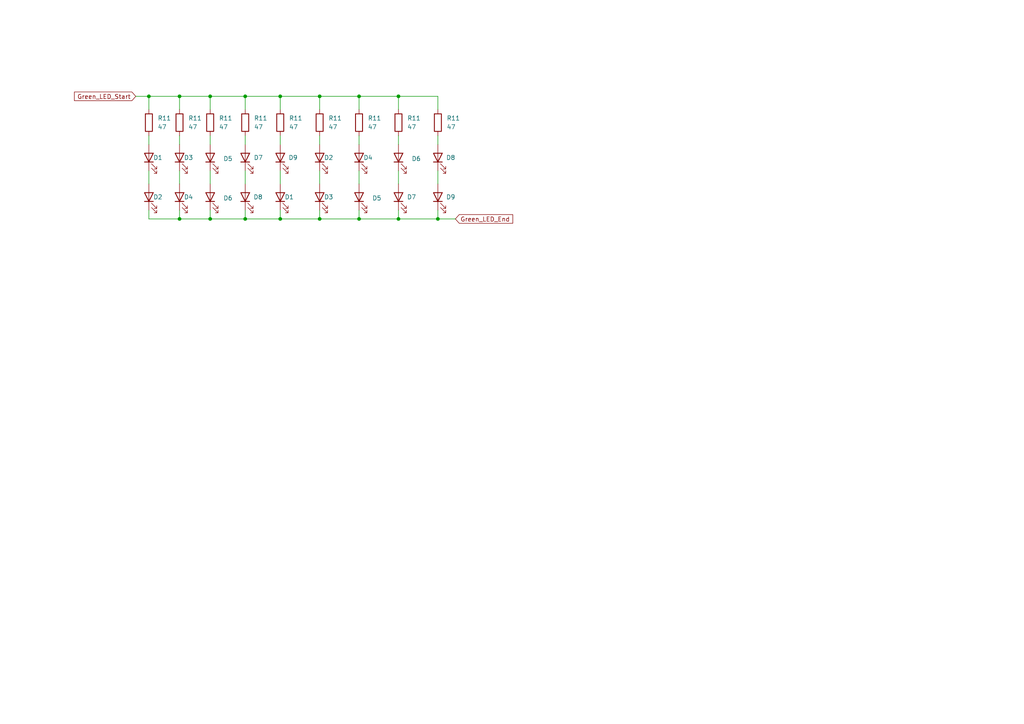
<source format=kicad_sch>
(kicad_sch (version 20230121) (generator eeschema)

  (uuid da6323e9-d342-4961-9c30-ad5012303240)

  (paper "A4")

  (lib_symbols
    (symbol "Device:LED" (pin_numbers hide) (pin_names (offset 1.016) hide) (in_bom yes) (on_board yes)
      (property "Reference" "D" (at 0 2.54 0)
        (effects (font (size 1.27 1.27)))
      )
      (property "Value" "LED" (at 0 -2.54 0)
        (effects (font (size 1.27 1.27)))
      )
      (property "Footprint" "" (at 0 0 0)
        (effects (font (size 1.27 1.27)) hide)
      )
      (property "Datasheet" "~" (at 0 0 0)
        (effects (font (size 1.27 1.27)) hide)
      )
      (property "ki_keywords" "LED diode" (at 0 0 0)
        (effects (font (size 1.27 1.27)) hide)
      )
      (property "ki_description" "Light emitting diode" (at 0 0 0)
        (effects (font (size 1.27 1.27)) hide)
      )
      (property "ki_fp_filters" "LED* LED_SMD:* LED_THT:*" (at 0 0 0)
        (effects (font (size 1.27 1.27)) hide)
      )
      (symbol "LED_0_1"
        (polyline
          (pts
            (xy -1.27 -1.27)
            (xy -1.27 1.27)
          )
          (stroke (width 0.254) (type default))
          (fill (type none))
        )
        (polyline
          (pts
            (xy -1.27 0)
            (xy 1.27 0)
          )
          (stroke (width 0) (type default))
          (fill (type none))
        )
        (polyline
          (pts
            (xy 1.27 -1.27)
            (xy 1.27 1.27)
            (xy -1.27 0)
            (xy 1.27 -1.27)
          )
          (stroke (width 0.254) (type default))
          (fill (type none))
        )
        (polyline
          (pts
            (xy -3.048 -0.762)
            (xy -4.572 -2.286)
            (xy -3.81 -2.286)
            (xy -4.572 -2.286)
            (xy -4.572 -1.524)
          )
          (stroke (width 0) (type default))
          (fill (type none))
        )
        (polyline
          (pts
            (xy -1.778 -0.762)
            (xy -3.302 -2.286)
            (xy -2.54 -2.286)
            (xy -3.302 -2.286)
            (xy -3.302 -1.524)
          )
          (stroke (width 0) (type default))
          (fill (type none))
        )
      )
      (symbol "LED_1_1"
        (pin passive line (at -3.81 0 0) (length 2.54)
          (name "K" (effects (font (size 1.27 1.27))))
          (number "1" (effects (font (size 1.27 1.27))))
        )
        (pin passive line (at 3.81 0 180) (length 2.54)
          (name "A" (effects (font (size 1.27 1.27))))
          (number "2" (effects (font (size 1.27 1.27))))
        )
      )
    )
    (symbol "Device:R" (pin_numbers hide) (pin_names (offset 0)) (in_bom yes) (on_board yes)
      (property "Reference" "R" (at 2.032 0 90)
        (effects (font (size 1.27 1.27)))
      )
      (property "Value" "R" (at 0 0 90)
        (effects (font (size 1.27 1.27)))
      )
      (property "Footprint" "" (at -1.778 0 90)
        (effects (font (size 1.27 1.27)) hide)
      )
      (property "Datasheet" "~" (at 0 0 0)
        (effects (font (size 1.27 1.27)) hide)
      )
      (property "ki_keywords" "R res resistor" (at 0 0 0)
        (effects (font (size 1.27 1.27)) hide)
      )
      (property "ki_description" "Resistor" (at 0 0 0)
        (effects (font (size 1.27 1.27)) hide)
      )
      (property "ki_fp_filters" "R_*" (at 0 0 0)
        (effects (font (size 1.27 1.27)) hide)
      )
      (symbol "R_0_1"
        (rectangle (start -1.016 -2.54) (end 1.016 2.54)
          (stroke (width 0.254) (type default))
          (fill (type none))
        )
      )
      (symbol "R_1_1"
        (pin passive line (at 0 3.81 270) (length 1.27)
          (name "~" (effects (font (size 1.27 1.27))))
          (number "1" (effects (font (size 1.27 1.27))))
        )
        (pin passive line (at 0 -3.81 90) (length 1.27)
          (name "~" (effects (font (size 1.27 1.27))))
          (number "2" (effects (font (size 1.27 1.27))))
        )
      )
    )
  )

  (junction (at 127 63.5) (diameter 0) (color 0 0 0 0)
    (uuid 0c964557-6f48-46fc-97a7-de4fd78ea11b)
  )
  (junction (at 104.14 27.94) (diameter 0) (color 0 0 0 0)
    (uuid 45779486-f132-442e-9b1c-d2c5bed3a02f)
  )
  (junction (at 81.28 27.94) (diameter 0) (color 0 0 0 0)
    (uuid 49a0f827-8c4a-4c2d-8081-cd2e81370342)
  )
  (junction (at 92.71 63.5) (diameter 0) (color 0 0 0 0)
    (uuid 5f22c661-87d0-452b-9b3f-85e94d67087d)
  )
  (junction (at 104.14 63.5) (diameter 0) (color 0 0 0 0)
    (uuid 61e51174-21d2-4317-9576-80e4f9ee0a26)
  )
  (junction (at 60.96 63.5) (diameter 0) (color 0 0 0 0)
    (uuid 680ab292-9909-413f-8b8a-d5c111f4651b)
  )
  (junction (at 115.57 63.5) (diameter 0) (color 0 0 0 0)
    (uuid 76bfa506-3ae7-4ecf-a33c-8e82361c9174)
  )
  (junction (at 71.12 63.5) (diameter 0) (color 0 0 0 0)
    (uuid 80e4dc26-d103-4dc9-950c-dedd794c25f4)
  )
  (junction (at 81.28 63.5) (diameter 0) (color 0 0 0 0)
    (uuid 9584dc23-9962-46b8-9b27-794606ccb748)
  )
  (junction (at 52.07 27.94) (diameter 0) (color 0 0 0 0)
    (uuid 974ed1c2-5e34-4ad9-9333-30ec8a425483)
  )
  (junction (at 43.18 27.94) (diameter 0) (color 0 0 0 0)
    (uuid a2330046-a953-4e46-b764-25adc0132442)
  )
  (junction (at 115.57 27.94) (diameter 0) (color 0 0 0 0)
    (uuid ab0fe864-a289-44ad-9cdb-a4e043cdf038)
  )
  (junction (at 52.07 63.5) (diameter 0) (color 0 0 0 0)
    (uuid c479ad1e-911a-49fd-86c6-a25ca8357c7e)
  )
  (junction (at 71.12 27.94) (diameter 0) (color 0 0 0 0)
    (uuid d0e67aa2-a314-4254-9679-b75a043c5f35)
  )
  (junction (at 92.71 27.94) (diameter 0) (color 0 0 0 0)
    (uuid df1176c2-ed4d-4041-ba6d-745628d016a2)
  )
  (junction (at 60.96 27.94) (diameter 0) (color 0 0 0 0)
    (uuid fb1c4ae9-acf4-4bb8-acfb-d9cc5407c7cc)
  )

  (wire (pts (xy 115.57 27.94) (xy 127 27.94))
    (stroke (width 0) (type default))
    (uuid 05baae0d-734a-4972-9f55-d30e5fa8a8ac)
  )
  (wire (pts (xy 115.57 27.94) (xy 115.57 31.75))
    (stroke (width 0) (type default))
    (uuid 0b10c715-86b1-4701-8f8a-b8c20e5f36a7)
  )
  (wire (pts (xy 43.18 27.94) (xy 43.18 31.75))
    (stroke (width 0) (type default))
    (uuid 0f1ebb4c-1b18-4717-8e0d-a4f1d58b0cd7)
  )
  (wire (pts (xy 71.12 27.94) (xy 81.28 27.94))
    (stroke (width 0) (type default))
    (uuid 1c018414-35d5-40a2-af28-758d054b6137)
  )
  (wire (pts (xy 52.07 63.5) (xy 60.96 63.5))
    (stroke (width 0) (type default))
    (uuid 24ebb423-ef89-407b-b83c-1eabc7d291d6)
  )
  (wire (pts (xy 81.28 27.94) (xy 92.71 27.94))
    (stroke (width 0) (type default))
    (uuid 32ced99f-db95-4d04-8a2e-c12c18c31654)
  )
  (wire (pts (xy 115.57 63.5) (xy 127 63.5))
    (stroke (width 0) (type default))
    (uuid 3580ac4c-ce18-472b-a698-a67981a2b408)
  )
  (wire (pts (xy 115.57 60.96) (xy 115.57 63.5))
    (stroke (width 0) (type default))
    (uuid 3845e2b8-9615-408b-9a67-6c8f2917e59e)
  )
  (wire (pts (xy 60.96 63.5) (xy 71.12 63.5))
    (stroke (width 0) (type default))
    (uuid 388c6efe-c368-4e6e-b111-24bdfbe77ed2)
  )
  (wire (pts (xy 81.28 63.5) (xy 92.71 63.5))
    (stroke (width 0) (type default))
    (uuid 3cd28cfd-84c1-4fe1-b6c4-93b1a31567cb)
  )
  (wire (pts (xy 92.71 27.94) (xy 104.14 27.94))
    (stroke (width 0) (type default))
    (uuid 3ef66814-e195-4dfa-b30c-91fc0f134a41)
  )
  (wire (pts (xy 60.96 39.37) (xy 60.96 41.91))
    (stroke (width 0) (type default))
    (uuid 40efe88e-060b-4e5c-a99e-81607d77f434)
  )
  (wire (pts (xy 60.96 27.94) (xy 52.07 27.94))
    (stroke (width 0) (type default))
    (uuid 4cfd37b5-6501-4f57-b64e-3a4fd7da386b)
  )
  (wire (pts (xy 104.14 27.94) (xy 104.14 31.75))
    (stroke (width 0) (type default))
    (uuid 4de6d298-facb-4d43-96a0-30141854fa08)
  )
  (wire (pts (xy 127 63.5) (xy 132.08 63.5))
    (stroke (width 0) (type default))
    (uuid 58d54ef2-867a-45cd-a4e4-393b3c7272bf)
  )
  (wire (pts (xy 104.14 60.96) (xy 104.14 63.5))
    (stroke (width 0) (type default))
    (uuid 5c57476c-05a8-451f-87ed-3329298a4ce6)
  )
  (wire (pts (xy 104.14 27.94) (xy 115.57 27.94))
    (stroke (width 0) (type default))
    (uuid 60459034-ef65-41a6-91e0-66a7d29dc3bf)
  )
  (wire (pts (xy 39.37 27.94) (xy 43.18 27.94))
    (stroke (width 0) (type default))
    (uuid 6566fc1f-74bd-4170-b1aa-025ff5c7ad48)
  )
  (wire (pts (xy 127 60.96) (xy 127 63.5))
    (stroke (width 0) (type default))
    (uuid 659b0d1e-9ad1-4b23-b2da-fe45674af66d)
  )
  (wire (pts (xy 104.14 63.5) (xy 115.57 63.5))
    (stroke (width 0) (type default))
    (uuid 6745e718-080b-4be5-af85-9a0835460426)
  )
  (wire (pts (xy 92.71 63.5) (xy 104.14 63.5))
    (stroke (width 0) (type default))
    (uuid 6ab73426-799e-4db7-ac98-62243db01b6b)
  )
  (wire (pts (xy 92.71 39.37) (xy 92.71 41.91))
    (stroke (width 0) (type default))
    (uuid 6b86db8d-7d95-42ca-bc48-178f685f8d1b)
  )
  (wire (pts (xy 115.57 49.53) (xy 115.57 53.34))
    (stroke (width 0) (type default))
    (uuid 6babc110-d77b-4af5-aa7d-6b67eb4b4a9a)
  )
  (wire (pts (xy 92.71 49.53) (xy 92.71 53.34))
    (stroke (width 0) (type default))
    (uuid 6c8eca22-edb1-4e87-a8ee-688918cbb401)
  )
  (wire (pts (xy 104.14 49.53) (xy 104.14 53.34))
    (stroke (width 0) (type default))
    (uuid 719d55a1-2b01-4d99-abcb-41501cdb8b10)
  )
  (wire (pts (xy 127 49.53) (xy 127 53.34))
    (stroke (width 0) (type default))
    (uuid 7692937f-8a00-405f-9516-f5e4a19a0438)
  )
  (wire (pts (xy 71.12 60.96) (xy 71.12 63.5))
    (stroke (width 0) (type default))
    (uuid 78405a8a-56ac-496e-8bb7-14ad22658ec5)
  )
  (wire (pts (xy 115.57 39.37) (xy 115.57 41.91))
    (stroke (width 0) (type default))
    (uuid 7b580d92-69d6-4f0a-b7ec-c2dc5937a205)
  )
  (wire (pts (xy 52.07 27.94) (xy 52.07 31.75))
    (stroke (width 0) (type default))
    (uuid 83da4aff-a207-4df3-8f2b-f04222d92d8f)
  )
  (wire (pts (xy 92.71 60.96) (xy 92.71 63.5))
    (stroke (width 0) (type default))
    (uuid 87004863-029e-49ea-8f2d-a337459f8f7e)
  )
  (wire (pts (xy 71.12 27.94) (xy 60.96 27.94))
    (stroke (width 0) (type default))
    (uuid 87aa94e1-f889-428d-9f9d-be8af5449657)
  )
  (wire (pts (xy 71.12 63.5) (xy 81.28 63.5))
    (stroke (width 0) (type default))
    (uuid 89165ac3-687e-41cb-a7b1-c130df0ef979)
  )
  (wire (pts (xy 127 31.75) (xy 127 27.94))
    (stroke (width 0) (type default))
    (uuid 9165e141-710c-4031-8b64-91aabe14a2a4)
  )
  (wire (pts (xy 52.07 27.94) (xy 43.18 27.94))
    (stroke (width 0) (type default))
    (uuid 92b28908-9bf1-4dcd-83d5-4be8abe6805a)
  )
  (wire (pts (xy 52.07 49.53) (xy 52.07 53.34))
    (stroke (width 0) (type default))
    (uuid adb9819f-fbff-421e-9f92-22d8ccae0595)
  )
  (wire (pts (xy 127 39.37) (xy 127 41.91))
    (stroke (width 0) (type default))
    (uuid b61b398b-1057-49b6-b935-7ac59391c88f)
  )
  (wire (pts (xy 92.71 27.94) (xy 92.71 31.75))
    (stroke (width 0) (type default))
    (uuid b7598c70-e510-4715-82ea-5f2798e0003f)
  )
  (wire (pts (xy 43.18 49.53) (xy 43.18 53.34))
    (stroke (width 0) (type default))
    (uuid c17fc1eb-f3ab-458d-80e2-76c485565489)
  )
  (wire (pts (xy 52.07 60.96) (xy 52.07 63.5))
    (stroke (width 0) (type default))
    (uuid c90a7311-ffef-4321-8f39-b162883378d3)
  )
  (wire (pts (xy 81.28 31.75) (xy 81.28 27.94))
    (stroke (width 0) (type default))
    (uuid cb441ecb-f262-4f1a-8475-64a76f6ee524)
  )
  (wire (pts (xy 60.96 60.96) (xy 60.96 63.5))
    (stroke (width 0) (type default))
    (uuid cbb19b8d-5591-4726-9e3a-6970542d9ff1)
  )
  (wire (pts (xy 43.18 60.96) (xy 43.18 63.5))
    (stroke (width 0) (type default))
    (uuid d71b6b01-7ed0-465b-9e72-7af69eb862df)
  )
  (wire (pts (xy 81.28 60.96) (xy 81.28 63.5))
    (stroke (width 0) (type default))
    (uuid d83b177e-320d-41e2-a1bc-e4098266ac64)
  )
  (wire (pts (xy 60.96 49.53) (xy 60.96 53.34))
    (stroke (width 0) (type default))
    (uuid d9882e3c-e52d-4e0b-bc55-210412f53ec7)
  )
  (wire (pts (xy 43.18 39.37) (xy 43.18 41.91))
    (stroke (width 0) (type default))
    (uuid da54563f-6b07-473a-8f53-58f1431a27dd)
  )
  (wire (pts (xy 52.07 39.37) (xy 52.07 41.91))
    (stroke (width 0) (type default))
    (uuid dc866a39-4c71-4300-9971-cd0f065813cb)
  )
  (wire (pts (xy 60.96 27.94) (xy 60.96 31.75))
    (stroke (width 0) (type default))
    (uuid ddb88328-af97-4c2f-b185-a9abac8155ed)
  )
  (wire (pts (xy 81.28 39.37) (xy 81.28 41.91))
    (stroke (width 0) (type default))
    (uuid e8db6d17-82c2-400b-9c60-b0648fa240b0)
  )
  (wire (pts (xy 81.28 49.53) (xy 81.28 53.34))
    (stroke (width 0) (type default))
    (uuid e9041141-7424-4398-9622-ce2110e552ff)
  )
  (wire (pts (xy 71.12 39.37) (xy 71.12 41.91))
    (stroke (width 0) (type default))
    (uuid f35f9e58-8775-4f8e-aa3c-ac3ad335d59f)
  )
  (wire (pts (xy 43.18 63.5) (xy 52.07 63.5))
    (stroke (width 0) (type default))
    (uuid f670196b-0876-4989-a20f-3c2a8bed39d9)
  )
  (wire (pts (xy 71.12 49.53) (xy 71.12 53.34))
    (stroke (width 0) (type default))
    (uuid f71e1ff7-6dd3-4ca9-917f-7ab9348a015f)
  )
  (wire (pts (xy 71.12 27.94) (xy 71.12 31.75))
    (stroke (width 0) (type default))
    (uuid f7803d03-48b3-4a46-a3c2-7142ad8419d4)
  )
  (wire (pts (xy 104.14 39.37) (xy 104.14 41.91))
    (stroke (width 0) (type default))
    (uuid fdd9fb5d-67d6-451b-9cb0-54a2e422a528)
  )

  (global_label "Green_LED_Start" (shape input) (at 39.37 27.94 180) (fields_autoplaced)
    (effects (font (size 1.27 1.27)) (justify right))
    (uuid 3c082655-7938-4095-88f1-a7f5176456ad)
    (property "Intersheetrefs" "${INTERSHEET_REFS}" (at 21.024 27.94 0)
      (effects (font (size 1.27 1.27)) (justify right) hide)
    )
  )
  (global_label "Green_LED_End" (shape input) (at 132.08 63.5 0) (fields_autoplaced)
    (effects (font (size 1.27 1.27)) (justify left))
    (uuid c49d1394-8f6c-4b17-9271-7cbad130efff)
    (property "Intersheetrefs" "${INTERSHEET_REFS}" (at 149.2769 63.5 0)
      (effects (font (size 1.27 1.27)) (justify left) hide)
    )
  )

  (symbol (lib_id "Device:LED") (at 115.57 57.15 90) (unit 1)
    (in_bom yes) (on_board yes) (dnp no)
    (uuid 012e949a-3a8c-4542-95ea-6b0f7ce0ad36)
    (property "Reference" "D7" (at 119.38 57.15 90)
      (effects (font (size 1.27 1.27)))
    )
    (property "Value" "LED_0402_1005Metric_Pad0.77x0.64mm_HandSolder" (at 118.11 57.15 0)
      (effects (font (size 1.27 1.27)) hide)
    )
    (property "Footprint" "LED_SMD:LED_0402_1005Metric_Pad0.77x0.64mm_HandSolder" (at 115.57 57.15 0)
      (effects (font (size 1.27 1.27)) hide)
    )
    (property "Datasheet" "~" (at 115.57 57.15 0)
      (effects (font (size 1.27 1.27)) hide)
    )
    (pin "1" (uuid 9857aa62-0868-43f6-ba97-fafb883c4e97))
    (pin "2" (uuid ebd04e38-56b7-42eb-b0fb-861823d63419))
    (instances
      (project "untitled"
        (path "/2909db4b-e7ca-4b3d-b8b8-720f3898e595"
          (reference "D7") (unit 1)
        )
      )
      (project "LED_Illuminator_Revised"
        (path "/4e559a88-004a-41a4-8dc6-f62b9d4f677b"
          (reference "D7") (unit 1)
        )
        (path "/4e559a88-004a-41a4-8dc6-f62b9d4f677b/d987b1eb-862e-4b1b-8145-5116fe9f8f08"
          (reference "D25") (unit 1)
        )
      )
      (project "3_LED_Rings"
        (path "/9590fcf9-0d43-4008-9224-2b0e2612d891/c380e80a-b7f4-403c-9982-a6bd790990df"
          (reference "D7") (unit 1)
        )
        (path "/9590fcf9-0d43-4008-9224-2b0e2612d891/aed08636-13b8-4b96-9fc6-64c5f06a60f4"
          (reference "D30") (unit 1)
        )
      )
      (project "LED_Revised_New"
        (path "/985f529a-94b0-4332-b14e-ba2a298ddda3/80797c74-4c27-4f57-8322-9f62f18d2012"
          (reference "D7") (unit 1)
        )
        (path "/985f529a-94b0-4332-b14e-ba2a298ddda3/bdb98da7-3031-4fd2-9ef8-eec88695a2e6"
          (reference "D34") (unit 1)
        )
      )
    )
  )

  (symbol (lib_id "Device:LED") (at 52.07 57.15 90) (unit 1)
    (in_bom yes) (on_board yes) (dnp no)
    (uuid 01686e37-d97e-4abb-9079-d5e984fdbcd1)
    (property "Reference" "D4" (at 53.34 57.15 90)
      (effects (font (size 1.27 1.27)) (justify right))
    )
    (property "Value" "LED_0402_1005Metric_Pad0.77x0.64mm_HandSolder" (at 55.88 60.0075 90)
      (effects (font (size 1.27 1.27)) (justify right) hide)
    )
    (property "Footprint" "LED_SMD:LED_0402_1005Metric_Pad0.77x0.64mm_HandSolder" (at 52.07 57.15 0)
      (effects (font (size 1.27 1.27)) hide)
    )
    (property "Datasheet" "~" (at 52.07 57.15 0)
      (effects (font (size 1.27 1.27)) hide)
    )
    (pin "1" (uuid b26f1f0a-c7d0-4339-a451-df6c193fcd52))
    (pin "2" (uuid 3c7520da-b18a-4e24-a76a-397e9c0b30bf))
    (instances
      (project "untitled"
        (path "/2909db4b-e7ca-4b3d-b8b8-720f3898e595"
          (reference "D4") (unit 1)
        )
      )
      (project "LED_Illuminator_Revised"
        (path "/4e559a88-004a-41a4-8dc6-f62b9d4f677b"
          (reference "D4") (unit 1)
        )
        (path "/4e559a88-004a-41a4-8dc6-f62b9d4f677b/d987b1eb-862e-4b1b-8145-5116fe9f8f08"
          (reference "D22") (unit 1)
        )
      )
      (project "3_LED_Rings"
        (path "/9590fcf9-0d43-4008-9224-2b0e2612d891/c380e80a-b7f4-403c-9982-a6bd790990df"
          (reference "D4") (unit 1)
        )
        (path "/9590fcf9-0d43-4008-9224-2b0e2612d891/aed08636-13b8-4b96-9fc6-64c5f06a60f4"
          (reference "D34") (unit 1)
        )
      )
      (project "LED_Revised_New"
        (path "/985f529a-94b0-4332-b14e-ba2a298ddda3/80797c74-4c27-4f57-8322-9f62f18d2012"
          (reference "D4") (unit 1)
        )
        (path "/985f529a-94b0-4332-b14e-ba2a298ddda3/bdb98da7-3031-4fd2-9ef8-eec88695a2e6"
          (reference "D22") (unit 1)
        )
      )
    )
  )

  (symbol (lib_id "Device:LED") (at 60.96 45.72 90) (unit 1)
    (in_bom yes) (on_board yes) (dnp no) (fields_autoplaced)
    (uuid 0209d9e2-a82e-46ab-8ff9-8747c7b5e5d5)
    (property "Reference" "D5" (at 64.77 46.0375 90)
      (effects (font (size 1.27 1.27)) (justify right))
    )
    (property "Value" "LED_0402_1005Metric_Pad0.77x0.64mm_HandSolder" (at 64.77 48.5775 90)
      (effects (font (size 1.27 1.27)) (justify right) hide)
    )
    (property "Footprint" "LED_SMD:LED_0402_1005Metric_Pad0.77x0.64mm_HandSolder" (at 60.96 45.72 0)
      (effects (font (size 1.27 1.27)) hide)
    )
    (property "Datasheet" "~" (at 60.96 45.72 0)
      (effects (font (size 1.27 1.27)) hide)
    )
    (pin "1" (uuid f0a6dfbf-df1a-4be0-a91a-1e3c13b03f7a))
    (pin "2" (uuid 5768d9e2-80a0-445d-b5fe-fef06b73a928))
    (instances
      (project "untitled"
        (path "/2909db4b-e7ca-4b3d-b8b8-720f3898e595"
          (reference "D5") (unit 1)
        )
      )
      (project "LED_Illuminator_Revised"
        (path "/4e559a88-004a-41a4-8dc6-f62b9d4f677b"
          (reference "D5") (unit 1)
        )
        (path "/4e559a88-004a-41a4-8dc6-f62b9d4f677b/d987b1eb-862e-4b1b-8145-5116fe9f8f08"
          (reference "D23") (unit 1)
        )
      )
      (project "3_LED_Rings"
        (path "/9590fcf9-0d43-4008-9224-2b0e2612d891/c380e80a-b7f4-403c-9982-a6bd790990df"
          (reference "D5") (unit 1)
        )
        (path "/9590fcf9-0d43-4008-9224-2b0e2612d891/aed08636-13b8-4b96-9fc6-64c5f06a60f4"
          (reference "D35") (unit 1)
        )
      )
      (project "LED_Revised_New"
        (path "/985f529a-94b0-4332-b14e-ba2a298ddda3/80797c74-4c27-4f57-8322-9f62f18d2012"
          (reference "D5") (unit 1)
        )
        (path "/985f529a-94b0-4332-b14e-ba2a298ddda3/bdb98da7-3031-4fd2-9ef8-eec88695a2e6"
          (reference "D23") (unit 1)
        )
      )
    )
  )

  (symbol (lib_id "Device:R") (at 52.07 35.56 0) (unit 1)
    (in_bom yes) (on_board yes) (dnp no) (fields_autoplaced)
    (uuid 0412b301-dd54-455b-927a-a3111037c8e4)
    (property "Reference" "R11" (at 54.61 34.29 0)
      (effects (font (size 1.27 1.27)) (justify left))
    )
    (property "Value" "47" (at 54.61 36.83 0)
      (effects (font (size 1.27 1.27)) (justify left))
    )
    (property "Footprint" "Resistor_SMD:R_0402_1005Metric_Pad0.72x0.64mm_HandSolder" (at 50.292 35.56 90)
      (effects (font (size 1.27 1.27)) hide)
    )
    (property "Datasheet" "~" (at 52.07 35.56 0)
      (effects (font (size 1.27 1.27)) hide)
    )
    (pin "1" (uuid ddefed28-0c3e-4717-9725-05a0f55cc9a9))
    (pin "2" (uuid 96f30a24-0268-4e01-add8-9992f1c6f959))
    (instances
      (project "3_LED_Rings"
        (path "/9590fcf9-0d43-4008-9224-2b0e2612d891/c380e80a-b7f4-403c-9982-a6bd790990df"
          (reference "R11") (unit 1)
        )
      )
      (project "LED_Revised_New"
        (path "/985f529a-94b0-4332-b14e-ba2a298ddda3/80797c74-4c27-4f57-8322-9f62f18d2012"
          (reference "R2") (unit 1)
        )
        (path "/985f529a-94b0-4332-b14e-ba2a298ddda3/bdb98da7-3031-4fd2-9ef8-eec88695a2e6"
          (reference "R20") (unit 1)
        )
      )
      (project "Inner_LED_RIng"
        (path "/daedd578-555e-40f6-83e1-39698ba7e9b8"
          (reference "R11") (unit 1)
        )
      )
    )
  )

  (symbol (lib_id "Device:LED") (at 71.12 45.72 90) (unit 1)
    (in_bom yes) (on_board yes) (dnp no)
    (uuid 07d40223-a217-4448-ba0d-3ba1c2886f30)
    (property "Reference" "D7" (at 74.93 45.72 90)
      (effects (font (size 1.27 1.27)))
    )
    (property "Value" "LED_0402_1005Metric_Pad0.77x0.64mm_HandSolder" (at 73.66 45.72 0)
      (effects (font (size 1.27 1.27)) hide)
    )
    (property "Footprint" "LED_SMD:LED_0402_1005Metric_Pad0.77x0.64mm_HandSolder" (at 71.12 45.72 0)
      (effects (font (size 1.27 1.27)) hide)
    )
    (property "Datasheet" "~" (at 71.12 45.72 0)
      (effects (font (size 1.27 1.27)) hide)
    )
    (pin "1" (uuid 648c1f8b-2fba-4f96-ae16-16065e38838b))
    (pin "2" (uuid 588bc937-bdf8-4a2a-98ae-9486c6b22e04))
    (instances
      (project "untitled"
        (path "/2909db4b-e7ca-4b3d-b8b8-720f3898e595"
          (reference "D7") (unit 1)
        )
      )
      (project "LED_Illuminator_Revised"
        (path "/4e559a88-004a-41a4-8dc6-f62b9d4f677b"
          (reference "D7") (unit 1)
        )
        (path "/4e559a88-004a-41a4-8dc6-f62b9d4f677b/d987b1eb-862e-4b1b-8145-5116fe9f8f08"
          (reference "D25") (unit 1)
        )
      )
      (project "3_LED_Rings"
        (path "/9590fcf9-0d43-4008-9224-2b0e2612d891/c380e80a-b7f4-403c-9982-a6bd790990df"
          (reference "D7") (unit 1)
        )
        (path "/9590fcf9-0d43-4008-9224-2b0e2612d891/aed08636-13b8-4b96-9fc6-64c5f06a60f4"
          (reference "D30") (unit 1)
        )
      )
      (project "LED_Revised_New"
        (path "/985f529a-94b0-4332-b14e-ba2a298ddda3/80797c74-4c27-4f57-8322-9f62f18d2012"
          (reference "D7") (unit 1)
        )
        (path "/985f529a-94b0-4332-b14e-ba2a298ddda3/bdb98da7-3031-4fd2-9ef8-eec88695a2e6"
          (reference "D25") (unit 1)
        )
      )
    )
  )

  (symbol (lib_id "Device:LED") (at 127 45.72 90) (unit 1)
    (in_bom yes) (on_board yes) (dnp no)
    (uuid 1a950d69-3814-4647-b834-9a4323f08d25)
    (property "Reference" "D8" (at 132.08 45.72 90)
      (effects (font (size 1.27 1.27)) (justify left))
    )
    (property "Value" "LED_0402_1005Metric_Pad0.77x0.64mm_HandSolder" (at 120.65 48.26 90)
      (effects (font (size 1.27 1.27)) (justify left) hide)
    )
    (property "Footprint" "LED_SMD:LED_0402_1005Metric_Pad0.77x0.64mm_HandSolder" (at 127 45.72 0)
      (effects (font (size 1.27 1.27)) hide)
    )
    (property "Datasheet" "~" (at 127 45.72 0)
      (effects (font (size 1.27 1.27)) hide)
    )
    (pin "1" (uuid a151239f-e15d-49c7-9e82-c85c8c695466))
    (pin "2" (uuid e5e771db-d05e-4af0-8d22-356f0e07af25))
    (instances
      (project "untitled"
        (path "/2909db4b-e7ca-4b3d-b8b8-720f3898e595"
          (reference "D8") (unit 1)
        )
      )
      (project "LED_Illuminator_Revised"
        (path "/4e559a88-004a-41a4-8dc6-f62b9d4f677b"
          (reference "D8") (unit 1)
        )
        (path "/4e559a88-004a-41a4-8dc6-f62b9d4f677b/d987b1eb-862e-4b1b-8145-5116fe9f8f08"
          (reference "D26") (unit 1)
        )
      )
      (project "3_LED_Rings"
        (path "/9590fcf9-0d43-4008-9224-2b0e2612d891/c380e80a-b7f4-403c-9982-a6bd790990df"
          (reference "D8") (unit 1)
        )
        (path "/9590fcf9-0d43-4008-9224-2b0e2612d891/aed08636-13b8-4b96-9fc6-64c5f06a60f4"
          (reference "D29") (unit 1)
        )
      )
      (project "LED_Revised_New"
        (path "/985f529a-94b0-4332-b14e-ba2a298ddda3/80797c74-4c27-4f57-8322-9f62f18d2012"
          (reference "D8") (unit 1)
        )
        (path "/985f529a-94b0-4332-b14e-ba2a298ddda3/bdb98da7-3031-4fd2-9ef8-eec88695a2e6"
          (reference "D35") (unit 1)
        )
      )
    )
  )

  (symbol (lib_id "Device:LED") (at 81.28 57.15 90) (unit 1)
    (in_bom yes) (on_board yes) (dnp no)
    (uuid 23e0f3f5-ea49-469c-b3d5-ea424f0949b8)
    (property "Reference" "D1" (at 82.55 57.15 90)
      (effects (font (size 1.27 1.27)) (justify right))
    )
    (property "Value" "LED_0402_1005Metric_Pad0.77x0.64mm_HandSolder" (at 85.09 60.0075 90)
      (effects (font (size 1.27 1.27)) (justify right) hide)
    )
    (property "Footprint" "LED_SMD:LED_0402_1005Metric_Pad0.77x0.64mm_HandSolder" (at 81.28 57.15 0)
      (effects (font (size 1.27 1.27)) hide)
    )
    (property "Datasheet" "~" (at 81.28 57.15 0)
      (effects (font (size 1.27 1.27)) hide)
    )
    (pin "1" (uuid 38913a45-6a0f-407b-af77-5acc832f5e71))
    (pin "2" (uuid 2b64b456-78a1-4679-86f8-24567e29d953))
    (instances
      (project "untitled"
        (path "/2909db4b-e7ca-4b3d-b8b8-720f3898e595"
          (reference "D1") (unit 1)
        )
      )
      (project "LED_Illuminator_Revised"
        (path "/4e559a88-004a-41a4-8dc6-f62b9d4f677b"
          (reference "D1") (unit 1)
        )
        (path "/4e559a88-004a-41a4-8dc6-f62b9d4f677b/d987b1eb-862e-4b1b-8145-5116fe9f8f08"
          (reference "D19") (unit 1)
        )
      )
      (project "3_LED_Rings"
        (path "/9590fcf9-0d43-4008-9224-2b0e2612d891/c380e80a-b7f4-403c-9982-a6bd790990df"
          (reference "D1") (unit 1)
        )
        (path "/9590fcf9-0d43-4008-9224-2b0e2612d891/aed08636-13b8-4b96-9fc6-64c5f06a60f4"
          (reference "D31") (unit 1)
        )
      )
      (project "LED_Revised_New"
        (path "/985f529a-94b0-4332-b14e-ba2a298ddda3/80797c74-4c27-4f57-8322-9f62f18d2012"
          (reference "D1") (unit 1)
        )
        (path "/985f529a-94b0-4332-b14e-ba2a298ddda3/bdb98da7-3031-4fd2-9ef8-eec88695a2e6"
          (reference "D28") (unit 1)
        )
      )
    )
  )

  (symbol (lib_id "Device:R") (at 71.12 35.56 0) (unit 1)
    (in_bom yes) (on_board yes) (dnp no) (fields_autoplaced)
    (uuid 2ffacf68-56e2-4517-a58e-e977a5ba9b36)
    (property "Reference" "R11" (at 73.66 34.29 0)
      (effects (font (size 1.27 1.27)) (justify left))
    )
    (property "Value" "47" (at 73.66 36.83 0)
      (effects (font (size 1.27 1.27)) (justify left))
    )
    (property "Footprint" "Resistor_SMD:R_0402_1005Metric_Pad0.72x0.64mm_HandSolder" (at 69.342 35.56 90)
      (effects (font (size 1.27 1.27)) hide)
    )
    (property "Datasheet" "~" (at 71.12 35.56 0)
      (effects (font (size 1.27 1.27)) hide)
    )
    (pin "1" (uuid c66826b6-1b87-49c2-8a69-db0f25f10076))
    (pin "2" (uuid cf336314-3ca0-4453-9263-c5f1357f18c0))
    (instances
      (project "3_LED_Rings"
        (path "/9590fcf9-0d43-4008-9224-2b0e2612d891/c380e80a-b7f4-403c-9982-a6bd790990df"
          (reference "R11") (unit 1)
        )
      )
      (project "LED_Revised_New"
        (path "/985f529a-94b0-4332-b14e-ba2a298ddda3/80797c74-4c27-4f57-8322-9f62f18d2012"
          (reference "R4") (unit 1)
        )
        (path "/985f529a-94b0-4332-b14e-ba2a298ddda3/bdb98da7-3031-4fd2-9ef8-eec88695a2e6"
          (reference "R22") (unit 1)
        )
      )
      (project "Inner_LED_RIng"
        (path "/daedd578-555e-40f6-83e1-39698ba7e9b8"
          (reference "R11") (unit 1)
        )
      )
    )
  )

  (symbol (lib_id "Device:LED") (at 104.14 45.72 90) (unit 1)
    (in_bom yes) (on_board yes) (dnp no)
    (uuid 30ac90ff-f62a-4e17-a4da-c9cd0d07846f)
    (property "Reference" "D4" (at 105.41 45.72 90)
      (effects (font (size 1.27 1.27)) (justify right))
    )
    (property "Value" "LED_0402_1005Metric_Pad0.77x0.64mm_HandSolder" (at 107.95 48.5775 90)
      (effects (font (size 1.27 1.27)) (justify right) hide)
    )
    (property "Footprint" "LED_SMD:LED_0402_1005Metric_Pad0.77x0.64mm_HandSolder" (at 104.14 45.72 0)
      (effects (font (size 1.27 1.27)) hide)
    )
    (property "Datasheet" "~" (at 104.14 45.72 0)
      (effects (font (size 1.27 1.27)) hide)
    )
    (pin "1" (uuid 4c088408-8f93-4ff7-9d24-b8cb19acfecd))
    (pin "2" (uuid 864b8e50-3ca7-491f-8202-1f7a75ce1163))
    (instances
      (project "untitled"
        (path "/2909db4b-e7ca-4b3d-b8b8-720f3898e595"
          (reference "D4") (unit 1)
        )
      )
      (project "LED_Illuminator_Revised"
        (path "/4e559a88-004a-41a4-8dc6-f62b9d4f677b"
          (reference "D4") (unit 1)
        )
        (path "/4e559a88-004a-41a4-8dc6-f62b9d4f677b/d987b1eb-862e-4b1b-8145-5116fe9f8f08"
          (reference "D22") (unit 1)
        )
      )
      (project "3_LED_Rings"
        (path "/9590fcf9-0d43-4008-9224-2b0e2612d891/c380e80a-b7f4-403c-9982-a6bd790990df"
          (reference "D4") (unit 1)
        )
        (path "/9590fcf9-0d43-4008-9224-2b0e2612d891/aed08636-13b8-4b96-9fc6-64c5f06a60f4"
          (reference "D34") (unit 1)
        )
      )
      (project "LED_Revised_New"
        (path "/985f529a-94b0-4332-b14e-ba2a298ddda3/80797c74-4c27-4f57-8322-9f62f18d2012"
          (reference "D4") (unit 1)
        )
        (path "/985f529a-94b0-4332-b14e-ba2a298ddda3/bdb98da7-3031-4fd2-9ef8-eec88695a2e6"
          (reference "D31") (unit 1)
        )
      )
    )
  )

  (symbol (lib_id "Device:R") (at 60.96 35.56 0) (unit 1)
    (in_bom yes) (on_board yes) (dnp no) (fields_autoplaced)
    (uuid 35a253fc-976f-4426-a301-737c360b24ae)
    (property "Reference" "R11" (at 63.5 34.29 0)
      (effects (font (size 1.27 1.27)) (justify left))
    )
    (property "Value" "47" (at 63.5 36.83 0)
      (effects (font (size 1.27 1.27)) (justify left))
    )
    (property "Footprint" "Resistor_SMD:R_0402_1005Metric_Pad0.72x0.64mm_HandSolder" (at 59.182 35.56 90)
      (effects (font (size 1.27 1.27)) hide)
    )
    (property "Datasheet" "~" (at 60.96 35.56 0)
      (effects (font (size 1.27 1.27)) hide)
    )
    (pin "1" (uuid 97c3da7b-e9bb-43e4-9ade-b8826bdd1021))
    (pin "2" (uuid 8b60389c-b2ad-4d50-af87-7c116a5c2c10))
    (instances
      (project "3_LED_Rings"
        (path "/9590fcf9-0d43-4008-9224-2b0e2612d891/c380e80a-b7f4-403c-9982-a6bd790990df"
          (reference "R11") (unit 1)
        )
      )
      (project "LED_Revised_New"
        (path "/985f529a-94b0-4332-b14e-ba2a298ddda3/80797c74-4c27-4f57-8322-9f62f18d2012"
          (reference "R3") (unit 1)
        )
        (path "/985f529a-94b0-4332-b14e-ba2a298ddda3/bdb98da7-3031-4fd2-9ef8-eec88695a2e6"
          (reference "R21") (unit 1)
        )
      )
      (project "Inner_LED_RIng"
        (path "/daedd578-555e-40f6-83e1-39698ba7e9b8"
          (reference "R11") (unit 1)
        )
      )
    )
  )

  (symbol (lib_id "Device:R") (at 104.14 35.56 0) (unit 1)
    (in_bom yes) (on_board yes) (dnp no) (fields_autoplaced)
    (uuid 5322a628-e467-4c61-b0f0-793c8a1ef1fa)
    (property "Reference" "R11" (at 106.68 34.29 0)
      (effects (font (size 1.27 1.27)) (justify left))
    )
    (property "Value" "47" (at 106.68 36.83 0)
      (effects (font (size 1.27 1.27)) (justify left))
    )
    (property "Footprint" "Resistor_SMD:R_0402_1005Metric_Pad0.72x0.64mm_HandSolder" (at 102.362 35.56 90)
      (effects (font (size 1.27 1.27)) hide)
    )
    (property "Datasheet" "~" (at 104.14 35.56 0)
      (effects (font (size 1.27 1.27)) hide)
    )
    (pin "1" (uuid 7a2219a0-b816-4a81-ad23-a63d25db5435))
    (pin "2" (uuid cde3fbbb-0211-40c8-a554-592f7864723e))
    (instances
      (project "3_LED_Rings"
        (path "/9590fcf9-0d43-4008-9224-2b0e2612d891/c380e80a-b7f4-403c-9982-a6bd790990df"
          (reference "R11") (unit 1)
        )
      )
      (project "LED_Revised_New"
        (path "/985f529a-94b0-4332-b14e-ba2a298ddda3/80797c74-4c27-4f57-8322-9f62f18d2012"
          (reference "R7") (unit 1)
        )
        (path "/985f529a-94b0-4332-b14e-ba2a298ddda3/bdb98da7-3031-4fd2-9ef8-eec88695a2e6"
          (reference "R25") (unit 1)
        )
      )
      (project "Inner_LED_RIng"
        (path "/daedd578-555e-40f6-83e1-39698ba7e9b8"
          (reference "R11") (unit 1)
        )
      )
    )
  )

  (symbol (lib_id "Device:LED") (at 43.18 57.15 90) (unit 1)
    (in_bom yes) (on_board yes) (dnp no)
    (uuid 5fc17338-25d2-4c7a-977e-b6df81899e7d)
    (property "Reference" "D2" (at 44.45 57.15 90)
      (effects (font (size 1.27 1.27)) (justify right))
    )
    (property "Value" "LED_0402_1005Metric_Pad0.77x0.64mm_HandSolder" (at 46.99 60.0075 90)
      (effects (font (size 1.27 1.27)) (justify right) hide)
    )
    (property "Footprint" "LED_SMD:LED_0402_1005Metric_Pad0.77x0.64mm_HandSolder" (at 43.18 57.15 0)
      (effects (font (size 1.27 1.27)) hide)
    )
    (property "Datasheet" "~" (at 43.18 57.15 0)
      (effects (font (size 1.27 1.27)) hide)
    )
    (pin "1" (uuid 6e2fb23c-b21a-43ca-b877-5dbc4df8ec0c))
    (pin "2" (uuid ecf56b00-71aa-4eb1-a114-727f0a8cc84a))
    (instances
      (project "untitled"
        (path "/2909db4b-e7ca-4b3d-b8b8-720f3898e595"
          (reference "D2") (unit 1)
        )
      )
      (project "LED_Illuminator_Revised"
        (path "/4e559a88-004a-41a4-8dc6-f62b9d4f677b"
          (reference "D2") (unit 1)
        )
        (path "/4e559a88-004a-41a4-8dc6-f62b9d4f677b/d987b1eb-862e-4b1b-8145-5116fe9f8f08"
          (reference "D20") (unit 1)
        )
      )
      (project "3_LED_Rings"
        (path "/9590fcf9-0d43-4008-9224-2b0e2612d891/c380e80a-b7f4-403c-9982-a6bd790990df"
          (reference "D2") (unit 1)
        )
        (path "/9590fcf9-0d43-4008-9224-2b0e2612d891/aed08636-13b8-4b96-9fc6-64c5f06a60f4"
          (reference "D32") (unit 1)
        )
      )
      (project "LED_Revised_New"
        (path "/985f529a-94b0-4332-b14e-ba2a298ddda3/80797c74-4c27-4f57-8322-9f62f18d2012"
          (reference "D2") (unit 1)
        )
        (path "/985f529a-94b0-4332-b14e-ba2a298ddda3/bdb98da7-3031-4fd2-9ef8-eec88695a2e6"
          (reference "D20") (unit 1)
        )
      )
    )
  )

  (symbol (lib_id "Device:LED") (at 115.57 45.72 90) (unit 1)
    (in_bom yes) (on_board yes) (dnp no)
    (uuid 63e312cb-04d2-410b-abb6-c5d855b8fe68)
    (property "Reference" "D6" (at 119.38 46.0375 90)
      (effects (font (size 1.27 1.27)) (justify right))
    )
    (property "Value" "LED_0402_1005Metric_Pad0.77x0.64mm_HandSolder" (at 119.38 57.15 90)
      (effects (font (size 1.27 1.27)) (justify right) hide)
    )
    (property "Footprint" "LED_SMD:LED_0402_1005Metric_Pad0.77x0.64mm_HandSolder" (at 115.57 45.72 0)
      (effects (font (size 1.27 1.27)) hide)
    )
    (property "Datasheet" "~" (at 115.57 45.72 0)
      (effects (font (size 1.27 1.27)) hide)
    )
    (pin "1" (uuid 29ad7770-00fd-4c17-b448-d425793a13a1))
    (pin "2" (uuid 981dbe3e-2f08-4f0a-852a-f599d8e7e4d5))
    (instances
      (project "untitled"
        (path "/2909db4b-e7ca-4b3d-b8b8-720f3898e595"
          (reference "D6") (unit 1)
        )
      )
      (project "LED_Illuminator_Revised"
        (path "/4e559a88-004a-41a4-8dc6-f62b9d4f677b"
          (reference "D6") (unit 1)
        )
        (path "/4e559a88-004a-41a4-8dc6-f62b9d4f677b/d987b1eb-862e-4b1b-8145-5116fe9f8f08"
          (reference "D24") (unit 1)
        )
      )
      (project "3_LED_Rings"
        (path "/9590fcf9-0d43-4008-9224-2b0e2612d891/c380e80a-b7f4-403c-9982-a6bd790990df"
          (reference "D6") (unit 1)
        )
        (path "/9590fcf9-0d43-4008-9224-2b0e2612d891/aed08636-13b8-4b96-9fc6-64c5f06a60f4"
          (reference "D36") (unit 1)
        )
      )
      (project "LED_Revised_New"
        (path "/985f529a-94b0-4332-b14e-ba2a298ddda3/80797c74-4c27-4f57-8322-9f62f18d2012"
          (reference "D6") (unit 1)
        )
        (path "/985f529a-94b0-4332-b14e-ba2a298ddda3/bdb98da7-3031-4fd2-9ef8-eec88695a2e6"
          (reference "D33") (unit 1)
        )
      )
    )
  )

  (symbol (lib_id "Device:R") (at 127 35.56 0) (unit 1)
    (in_bom yes) (on_board yes) (dnp no) (fields_autoplaced)
    (uuid 655997dc-73aa-4704-bad6-89320802dea8)
    (property "Reference" "R11" (at 129.54 34.29 0)
      (effects (font (size 1.27 1.27)) (justify left))
    )
    (property "Value" "47" (at 129.54 36.83 0)
      (effects (font (size 1.27 1.27)) (justify left))
    )
    (property "Footprint" "Resistor_SMD:R_0402_1005Metric_Pad0.72x0.64mm_HandSolder" (at 125.222 35.56 90)
      (effects (font (size 1.27 1.27)) hide)
    )
    (property "Datasheet" "~" (at 127 35.56 0)
      (effects (font (size 1.27 1.27)) hide)
    )
    (pin "1" (uuid de74b32f-46cf-45ea-bd6b-f1d001e1463c))
    (pin "2" (uuid b47c93f0-a88b-496d-b0fe-f7975e3a1106))
    (instances
      (project "3_LED_Rings"
        (path "/9590fcf9-0d43-4008-9224-2b0e2612d891/c380e80a-b7f4-403c-9982-a6bd790990df"
          (reference "R11") (unit 1)
        )
      )
      (project "LED_Revised_New"
        (path "/985f529a-94b0-4332-b14e-ba2a298ddda3/80797c74-4c27-4f57-8322-9f62f18d2012"
          (reference "R9") (unit 1)
        )
        (path "/985f529a-94b0-4332-b14e-ba2a298ddda3/bdb98da7-3031-4fd2-9ef8-eec88695a2e6"
          (reference "R27") (unit 1)
        )
      )
      (project "Inner_LED_RIng"
        (path "/daedd578-555e-40f6-83e1-39698ba7e9b8"
          (reference "R11") (unit 1)
        )
      )
    )
  )

  (symbol (lib_id "Device:LED") (at 81.28 45.72 90) (unit 1)
    (in_bom yes) (on_board yes) (dnp no)
    (uuid 844178fd-eafb-49e5-97b4-9e07464e8fb0)
    (property "Reference" "D9" (at 86.36 45.72 90)
      (effects (font (size 1.27 1.27)) (justify left))
    )
    (property "Value" "LED_0402_1005Metric_Pad0.77x0.64mm_HandSolder" (at 74.93 43.18 90)
      (effects (font (size 1.27 1.27)) (justify left) hide)
    )
    (property "Footprint" "LED_SMD:LED_0402_1005Metric_Pad0.77x0.64mm_HandSolder" (at 81.28 45.72 0)
      (effects (font (size 1.27 1.27)) hide)
    )
    (property "Datasheet" "~" (at 81.28 45.72 0)
      (effects (font (size 1.27 1.27)) hide)
    )
    (pin "1" (uuid 136746ec-de46-4d7c-a50a-6ca794c804e4))
    (pin "2" (uuid 7e0faff3-aa8c-4a7d-afd3-7b5607737ebc))
    (instances
      (project "untitled"
        (path "/2909db4b-e7ca-4b3d-b8b8-720f3898e595"
          (reference "D9") (unit 1)
        )
      )
      (project "LED_Illuminator_Revised"
        (path "/4e559a88-004a-41a4-8dc6-f62b9d4f677b"
          (reference "D9") (unit 1)
        )
        (path "/4e559a88-004a-41a4-8dc6-f62b9d4f677b/d987b1eb-862e-4b1b-8145-5116fe9f8f08"
          (reference "D27") (unit 1)
        )
      )
      (project "3_LED_Rings"
        (path "/9590fcf9-0d43-4008-9224-2b0e2612d891/c380e80a-b7f4-403c-9982-a6bd790990df"
          (reference "D9") (unit 1)
        )
        (path "/9590fcf9-0d43-4008-9224-2b0e2612d891/aed08636-13b8-4b96-9fc6-64c5f06a60f4"
          (reference "D28") (unit 1)
        )
      )
      (project "LED_Revised_New"
        (path "/985f529a-94b0-4332-b14e-ba2a298ddda3/80797c74-4c27-4f57-8322-9f62f18d2012"
          (reference "D9") (unit 1)
        )
        (path "/985f529a-94b0-4332-b14e-ba2a298ddda3/bdb98da7-3031-4fd2-9ef8-eec88695a2e6"
          (reference "D27") (unit 1)
        )
      )
    )
  )

  (symbol (lib_id "Device:LED") (at 43.18 45.72 90) (unit 1)
    (in_bom yes) (on_board yes) (dnp no)
    (uuid 9a5f3215-de9e-4968-9a17-eb350e6318e7)
    (property "Reference" "D1" (at 44.45 45.72 90)
      (effects (font (size 1.27 1.27)) (justify right))
    )
    (property "Value" "LED_0402_1005Metric_Pad0.77x0.64mm_HandSolder" (at 46.99 48.5775 90)
      (effects (font (size 1.27 1.27)) (justify right) hide)
    )
    (property "Footprint" "LED_SMD:LED_0402_1005Metric_Pad0.77x0.64mm_HandSolder" (at 43.18 45.72 0)
      (effects (font (size 1.27 1.27)) hide)
    )
    (property "Datasheet" "~" (at 43.18 45.72 0)
      (effects (font (size 1.27 1.27)) hide)
    )
    (pin "1" (uuid 2f2a7939-a44e-42aa-a02f-3d1fb09e7c10))
    (pin "2" (uuid 44ff4534-f8aa-4a15-b586-df9590ee22d4))
    (instances
      (project "untitled"
        (path "/2909db4b-e7ca-4b3d-b8b8-720f3898e595"
          (reference "D1") (unit 1)
        )
      )
      (project "LED_Illuminator_Revised"
        (path "/4e559a88-004a-41a4-8dc6-f62b9d4f677b"
          (reference "D1") (unit 1)
        )
        (path "/4e559a88-004a-41a4-8dc6-f62b9d4f677b/d987b1eb-862e-4b1b-8145-5116fe9f8f08"
          (reference "D19") (unit 1)
        )
      )
      (project "3_LED_Rings"
        (path "/9590fcf9-0d43-4008-9224-2b0e2612d891/c380e80a-b7f4-403c-9982-a6bd790990df"
          (reference "D1") (unit 1)
        )
        (path "/9590fcf9-0d43-4008-9224-2b0e2612d891/aed08636-13b8-4b96-9fc6-64c5f06a60f4"
          (reference "D31") (unit 1)
        )
      )
      (project "LED_Revised_New"
        (path "/985f529a-94b0-4332-b14e-ba2a298ddda3/80797c74-4c27-4f57-8322-9f62f18d2012"
          (reference "D1") (unit 1)
        )
        (path "/985f529a-94b0-4332-b14e-ba2a298ddda3/bdb98da7-3031-4fd2-9ef8-eec88695a2e6"
          (reference "D19") (unit 1)
        )
      )
    )
  )

  (symbol (lib_id "Device:R") (at 92.71 35.56 0) (unit 1)
    (in_bom yes) (on_board yes) (dnp no) (fields_autoplaced)
    (uuid 9f7606cb-9e31-4008-ac24-230307e6194e)
    (property "Reference" "R11" (at 95.25 34.29 0)
      (effects (font (size 1.27 1.27)) (justify left))
    )
    (property "Value" "47" (at 95.25 36.83 0)
      (effects (font (size 1.27 1.27)) (justify left))
    )
    (property "Footprint" "Resistor_SMD:R_0402_1005Metric_Pad0.72x0.64mm_HandSolder" (at 90.932 35.56 90)
      (effects (font (size 1.27 1.27)) hide)
    )
    (property "Datasheet" "~" (at 92.71 35.56 0)
      (effects (font (size 1.27 1.27)) hide)
    )
    (pin "1" (uuid d9345dcf-d651-4452-bdfb-6790166e36de))
    (pin "2" (uuid c35181b4-1e46-49d7-939a-d1fbf9db15ed))
    (instances
      (project "3_LED_Rings"
        (path "/9590fcf9-0d43-4008-9224-2b0e2612d891/c380e80a-b7f4-403c-9982-a6bd790990df"
          (reference "R11") (unit 1)
        )
      )
      (project "LED_Revised_New"
        (path "/985f529a-94b0-4332-b14e-ba2a298ddda3/80797c74-4c27-4f57-8322-9f62f18d2012"
          (reference "R6") (unit 1)
        )
        (path "/985f529a-94b0-4332-b14e-ba2a298ddda3/bdb98da7-3031-4fd2-9ef8-eec88695a2e6"
          (reference "R24") (unit 1)
        )
      )
      (project "Inner_LED_RIng"
        (path "/daedd578-555e-40f6-83e1-39698ba7e9b8"
          (reference "R11") (unit 1)
        )
      )
    )
  )

  (symbol (lib_id "Device:LED") (at 127 57.15 90) (unit 1)
    (in_bom yes) (on_board yes) (dnp no)
    (uuid a3bd830e-3b6c-4590-ae3f-068db27bb34f)
    (property "Reference" "D9" (at 132.08 57.15 90)
      (effects (font (size 1.27 1.27)) (justify left))
    )
    (property "Value" "LED_0402_1005Metric_Pad0.77x0.64mm_HandSolder" (at 120.65 54.61 90)
      (effects (font (size 1.27 1.27)) (justify left) hide)
    )
    (property "Footprint" "LED_SMD:LED_0402_1005Metric_Pad0.77x0.64mm_HandSolder" (at 127 57.15 0)
      (effects (font (size 1.27 1.27)) hide)
    )
    (property "Datasheet" "~" (at 127 57.15 0)
      (effects (font (size 1.27 1.27)) hide)
    )
    (pin "1" (uuid f0ef1899-96e2-4041-ba5f-7a1b9a6d673d))
    (pin "2" (uuid 97cb60e6-b64b-437e-a04b-5e6fb8cafceb))
    (instances
      (project "untitled"
        (path "/2909db4b-e7ca-4b3d-b8b8-720f3898e595"
          (reference "D9") (unit 1)
        )
      )
      (project "LED_Illuminator_Revised"
        (path "/4e559a88-004a-41a4-8dc6-f62b9d4f677b"
          (reference "D9") (unit 1)
        )
        (path "/4e559a88-004a-41a4-8dc6-f62b9d4f677b/d987b1eb-862e-4b1b-8145-5116fe9f8f08"
          (reference "D27") (unit 1)
        )
      )
      (project "3_LED_Rings"
        (path "/9590fcf9-0d43-4008-9224-2b0e2612d891/c380e80a-b7f4-403c-9982-a6bd790990df"
          (reference "D9") (unit 1)
        )
        (path "/9590fcf9-0d43-4008-9224-2b0e2612d891/aed08636-13b8-4b96-9fc6-64c5f06a60f4"
          (reference "D28") (unit 1)
        )
      )
      (project "LED_Revised_New"
        (path "/985f529a-94b0-4332-b14e-ba2a298ddda3/80797c74-4c27-4f57-8322-9f62f18d2012"
          (reference "D9") (unit 1)
        )
        (path "/985f529a-94b0-4332-b14e-ba2a298ddda3/bdb98da7-3031-4fd2-9ef8-eec88695a2e6"
          (reference "D36") (unit 1)
        )
      )
    )
  )

  (symbol (lib_id "Device:R") (at 81.28 35.56 0) (unit 1)
    (in_bom yes) (on_board yes) (dnp no) (fields_autoplaced)
    (uuid bd52db2e-be1d-4756-8834-2c48e6f50e78)
    (property "Reference" "R11" (at 83.82 34.29 0)
      (effects (font (size 1.27 1.27)) (justify left))
    )
    (property "Value" "47" (at 83.82 36.83 0)
      (effects (font (size 1.27 1.27)) (justify left))
    )
    (property "Footprint" "Resistor_SMD:R_0402_1005Metric_Pad0.72x0.64mm_HandSolder" (at 79.502 35.56 90)
      (effects (font (size 1.27 1.27)) hide)
    )
    (property "Datasheet" "~" (at 81.28 35.56 0)
      (effects (font (size 1.27 1.27)) hide)
    )
    (pin "1" (uuid dde0007d-d167-4cc7-93ae-a2f1dd1ed5b7))
    (pin "2" (uuid 3e546f88-bb6f-4e0c-8c87-f96acef9e535))
    (instances
      (project "3_LED_Rings"
        (path "/9590fcf9-0d43-4008-9224-2b0e2612d891/c380e80a-b7f4-403c-9982-a6bd790990df"
          (reference "R11") (unit 1)
        )
      )
      (project "LED_Revised_New"
        (path "/985f529a-94b0-4332-b14e-ba2a298ddda3/80797c74-4c27-4f57-8322-9f62f18d2012"
          (reference "R5") (unit 1)
        )
        (path "/985f529a-94b0-4332-b14e-ba2a298ddda3/bdb98da7-3031-4fd2-9ef8-eec88695a2e6"
          (reference "R23") (unit 1)
        )
      )
      (project "Inner_LED_RIng"
        (path "/daedd578-555e-40f6-83e1-39698ba7e9b8"
          (reference "R11") (unit 1)
        )
      )
    )
  )

  (symbol (lib_id "Device:LED") (at 60.96 57.15 90) (unit 1)
    (in_bom yes) (on_board yes) (dnp no)
    (uuid d835c9f1-a78c-4efb-9e67-a7c8514656c8)
    (property "Reference" "D6" (at 64.77 57.4675 90)
      (effects (font (size 1.27 1.27)) (justify right))
    )
    (property "Value" "LED_0402_1005Metric_Pad0.77x0.64mm_HandSolder" (at 64.77 68.58 90)
      (effects (font (size 1.27 1.27)) (justify right) hide)
    )
    (property "Footprint" "LED_SMD:LED_0402_1005Metric_Pad0.77x0.64mm_HandSolder" (at 60.96 57.15 0)
      (effects (font (size 1.27 1.27)) hide)
    )
    (property "Datasheet" "~" (at 60.96 57.15 0)
      (effects (font (size 1.27 1.27)) hide)
    )
    (pin "1" (uuid 22f195b5-e33c-483b-a5b9-c84fe03d34aa))
    (pin "2" (uuid 0642fda0-01a9-405c-8757-e200b2585803))
    (instances
      (project "untitled"
        (path "/2909db4b-e7ca-4b3d-b8b8-720f3898e595"
          (reference "D6") (unit 1)
        )
      )
      (project "LED_Illuminator_Revised"
        (path "/4e559a88-004a-41a4-8dc6-f62b9d4f677b"
          (reference "D6") (unit 1)
        )
        (path "/4e559a88-004a-41a4-8dc6-f62b9d4f677b/d987b1eb-862e-4b1b-8145-5116fe9f8f08"
          (reference "D24") (unit 1)
        )
      )
      (project "3_LED_Rings"
        (path "/9590fcf9-0d43-4008-9224-2b0e2612d891/c380e80a-b7f4-403c-9982-a6bd790990df"
          (reference "D6") (unit 1)
        )
        (path "/9590fcf9-0d43-4008-9224-2b0e2612d891/aed08636-13b8-4b96-9fc6-64c5f06a60f4"
          (reference "D36") (unit 1)
        )
      )
      (project "LED_Revised_New"
        (path "/985f529a-94b0-4332-b14e-ba2a298ddda3/80797c74-4c27-4f57-8322-9f62f18d2012"
          (reference "D6") (unit 1)
        )
        (path "/985f529a-94b0-4332-b14e-ba2a298ddda3/bdb98da7-3031-4fd2-9ef8-eec88695a2e6"
          (reference "D24") (unit 1)
        )
      )
    )
  )

  (symbol (lib_id "Device:LED") (at 92.71 57.15 90) (unit 1)
    (in_bom yes) (on_board yes) (dnp no)
    (uuid db602f95-9df2-46da-b5d2-babc90fba1ea)
    (property "Reference" "D3" (at 93.98 57.15 90)
      (effects (font (size 1.27 1.27)) (justify right))
    )
    (property "Value" "LED_0402_1005Metric_Pad0.77x0.64mm_HandSolder" (at 96.52 60.0075 90)
      (effects (font (size 1.27 1.27)) (justify right) hide)
    )
    (property "Footprint" "LED_SMD:LED_0402_1005Metric_Pad0.77x0.64mm_HandSolder" (at 92.71 57.15 0)
      (effects (font (size 1.27 1.27)) hide)
    )
    (property "Datasheet" "~" (at 92.71 57.15 0)
      (effects (font (size 1.27 1.27)) hide)
    )
    (pin "1" (uuid 70659e79-b7a3-4939-844f-eb66cf861714))
    (pin "2" (uuid 2c0a0311-eee7-444b-8627-713527dcae48))
    (instances
      (project "untitled"
        (path "/2909db4b-e7ca-4b3d-b8b8-720f3898e595"
          (reference "D3") (unit 1)
        )
      )
      (project "LED_Illuminator_Revised"
        (path "/4e559a88-004a-41a4-8dc6-f62b9d4f677b"
          (reference "D3") (unit 1)
        )
        (path "/4e559a88-004a-41a4-8dc6-f62b9d4f677b/d987b1eb-862e-4b1b-8145-5116fe9f8f08"
          (reference "D21") (unit 1)
        )
      )
      (project "3_LED_Rings"
        (path "/9590fcf9-0d43-4008-9224-2b0e2612d891/c380e80a-b7f4-403c-9982-a6bd790990df"
          (reference "D3") (unit 1)
        )
        (path "/9590fcf9-0d43-4008-9224-2b0e2612d891/aed08636-13b8-4b96-9fc6-64c5f06a60f4"
          (reference "D33") (unit 1)
        )
      )
      (project "LED_Revised_New"
        (path "/985f529a-94b0-4332-b14e-ba2a298ddda3/80797c74-4c27-4f57-8322-9f62f18d2012"
          (reference "D3") (unit 1)
        )
        (path "/985f529a-94b0-4332-b14e-ba2a298ddda3/bdb98da7-3031-4fd2-9ef8-eec88695a2e6"
          (reference "D30") (unit 1)
        )
      )
    )
  )

  (symbol (lib_id "Device:LED") (at 52.07 45.72 90) (unit 1)
    (in_bom yes) (on_board yes) (dnp no)
    (uuid dee8fe5f-1b19-4773-8065-362afdfb52a7)
    (property "Reference" "D3" (at 53.34 45.72 90)
      (effects (font (size 1.27 1.27)) (justify right))
    )
    (property "Value" "LED_0402_1005Metric_Pad0.77x0.64mm_HandSolder" (at 55.88 48.5775 90)
      (effects (font (size 1.27 1.27)) (justify right) hide)
    )
    (property "Footprint" "LED_SMD:LED_0402_1005Metric_Pad0.77x0.64mm_HandSolder" (at 52.07 45.72 0)
      (effects (font (size 1.27 1.27)) hide)
    )
    (property "Datasheet" "~" (at 52.07 45.72 0)
      (effects (font (size 1.27 1.27)) hide)
    )
    (pin "1" (uuid de82b7d9-8c8d-446e-8b99-37d9ad2a6630))
    (pin "2" (uuid 417a1294-ade8-4971-958c-5eb0ab275765))
    (instances
      (project "untitled"
        (path "/2909db4b-e7ca-4b3d-b8b8-720f3898e595"
          (reference "D3") (unit 1)
        )
      )
      (project "LED_Illuminator_Revised"
        (path "/4e559a88-004a-41a4-8dc6-f62b9d4f677b"
          (reference "D3") (unit 1)
        )
        (path "/4e559a88-004a-41a4-8dc6-f62b9d4f677b/d987b1eb-862e-4b1b-8145-5116fe9f8f08"
          (reference "D21") (unit 1)
        )
      )
      (project "3_LED_Rings"
        (path "/9590fcf9-0d43-4008-9224-2b0e2612d891/c380e80a-b7f4-403c-9982-a6bd790990df"
          (reference "D3") (unit 1)
        )
        (path "/9590fcf9-0d43-4008-9224-2b0e2612d891/aed08636-13b8-4b96-9fc6-64c5f06a60f4"
          (reference "D33") (unit 1)
        )
      )
      (project "LED_Revised_New"
        (path "/985f529a-94b0-4332-b14e-ba2a298ddda3/80797c74-4c27-4f57-8322-9f62f18d2012"
          (reference "D3") (unit 1)
        )
        (path "/985f529a-94b0-4332-b14e-ba2a298ddda3/bdb98da7-3031-4fd2-9ef8-eec88695a2e6"
          (reference "D21") (unit 1)
        )
      )
    )
  )

  (symbol (lib_id "Device:LED") (at 104.14 57.15 90) (unit 1)
    (in_bom yes) (on_board yes) (dnp no) (fields_autoplaced)
    (uuid e0c68134-2c9b-4609-bcd9-26c5178c2953)
    (property "Reference" "D5" (at 107.95 57.4675 90)
      (effects (font (size 1.27 1.27)) (justify right))
    )
    (property "Value" "LED_0402_1005Metric_Pad0.77x0.64mm_HandSolder" (at 107.95 60.0075 90)
      (effects (font (size 1.27 1.27)) (justify right) hide)
    )
    (property "Footprint" "LED_SMD:LED_0402_1005Metric_Pad0.77x0.64mm_HandSolder" (at 104.14 57.15 0)
      (effects (font (size 1.27 1.27)) hide)
    )
    (property "Datasheet" "~" (at 104.14 57.15 0)
      (effects (font (size 1.27 1.27)) hide)
    )
    (pin "1" (uuid 735f3c96-83e5-4d96-bda2-ff4a580e1e6d))
    (pin "2" (uuid 049e6a83-37a0-41bf-b8da-27ce7d2b74d0))
    (instances
      (project "untitled"
        (path "/2909db4b-e7ca-4b3d-b8b8-720f3898e595"
          (reference "D5") (unit 1)
        )
      )
      (project "LED_Illuminator_Revised"
        (path "/4e559a88-004a-41a4-8dc6-f62b9d4f677b"
          (reference "D5") (unit 1)
        )
        (path "/4e559a88-004a-41a4-8dc6-f62b9d4f677b/d987b1eb-862e-4b1b-8145-5116fe9f8f08"
          (reference "D23") (unit 1)
        )
      )
      (project "3_LED_Rings"
        (path "/9590fcf9-0d43-4008-9224-2b0e2612d891/c380e80a-b7f4-403c-9982-a6bd790990df"
          (reference "D5") (unit 1)
        )
        (path "/9590fcf9-0d43-4008-9224-2b0e2612d891/aed08636-13b8-4b96-9fc6-64c5f06a60f4"
          (reference "D35") (unit 1)
        )
      )
      (project "LED_Revised_New"
        (path "/985f529a-94b0-4332-b14e-ba2a298ddda3/80797c74-4c27-4f57-8322-9f62f18d2012"
          (reference "D5") (unit 1)
        )
        (path "/985f529a-94b0-4332-b14e-ba2a298ddda3/bdb98da7-3031-4fd2-9ef8-eec88695a2e6"
          (reference "D32") (unit 1)
        )
      )
    )
  )

  (symbol (lib_id "Device:LED") (at 92.71 45.72 90) (unit 1)
    (in_bom yes) (on_board yes) (dnp no)
    (uuid ee28a8bd-5667-4e1f-90b1-7b2910744c06)
    (property "Reference" "D2" (at 93.98 45.72 90)
      (effects (font (size 1.27 1.27)) (justify right))
    )
    (property "Value" "LED_0402_1005Metric_Pad0.77x0.64mm_HandSolder" (at 96.52 48.5775 90)
      (effects (font (size 1.27 1.27)) (justify right) hide)
    )
    (property "Footprint" "LED_SMD:LED_0402_1005Metric_Pad0.77x0.64mm_HandSolder" (at 92.71 45.72 0)
      (effects (font (size 1.27 1.27)) hide)
    )
    (property "Datasheet" "~" (at 92.71 45.72 0)
      (effects (font (size 1.27 1.27)) hide)
    )
    (pin "1" (uuid 4d205bf0-d3e6-4b2f-92d6-3b7d403ab690))
    (pin "2" (uuid dbc07911-0c5d-4d62-a745-79323653bb8c))
    (instances
      (project "untitled"
        (path "/2909db4b-e7ca-4b3d-b8b8-720f3898e595"
          (reference "D2") (unit 1)
        )
      )
      (project "LED_Illuminator_Revised"
        (path "/4e559a88-004a-41a4-8dc6-f62b9d4f677b"
          (reference "D2") (unit 1)
        )
        (path "/4e559a88-004a-41a4-8dc6-f62b9d4f677b/d987b1eb-862e-4b1b-8145-5116fe9f8f08"
          (reference "D20") (unit 1)
        )
      )
      (project "3_LED_Rings"
        (path "/9590fcf9-0d43-4008-9224-2b0e2612d891/c380e80a-b7f4-403c-9982-a6bd790990df"
          (reference "D2") (unit 1)
        )
        (path "/9590fcf9-0d43-4008-9224-2b0e2612d891/aed08636-13b8-4b96-9fc6-64c5f06a60f4"
          (reference "D32") (unit 1)
        )
      )
      (project "LED_Revised_New"
        (path "/985f529a-94b0-4332-b14e-ba2a298ddda3/80797c74-4c27-4f57-8322-9f62f18d2012"
          (reference "D2") (unit 1)
        )
        (path "/985f529a-94b0-4332-b14e-ba2a298ddda3/bdb98da7-3031-4fd2-9ef8-eec88695a2e6"
          (reference "D29") (unit 1)
        )
      )
    )
  )

  (symbol (lib_id "Device:R") (at 115.57 35.56 0) (unit 1)
    (in_bom yes) (on_board yes) (dnp no) (fields_autoplaced)
    (uuid ee9f327b-f561-462c-a361-cf9a0559d1b7)
    (property "Reference" "R11" (at 118.11 34.29 0)
      (effects (font (size 1.27 1.27)) (justify left))
    )
    (property "Value" "47" (at 118.11 36.83 0)
      (effects (font (size 1.27 1.27)) (justify left))
    )
    (property "Footprint" "Resistor_SMD:R_0402_1005Metric_Pad0.72x0.64mm_HandSolder" (at 113.792 35.56 90)
      (effects (font (size 1.27 1.27)) hide)
    )
    (property "Datasheet" "~" (at 115.57 35.56 0)
      (effects (font (size 1.27 1.27)) hide)
    )
    (pin "1" (uuid 1e93639f-4e8a-4038-9482-ad4e5518722a))
    (pin "2" (uuid 69e632d8-f80a-4976-bb92-689619e79487))
    (instances
      (project "3_LED_Rings"
        (path "/9590fcf9-0d43-4008-9224-2b0e2612d891/c380e80a-b7f4-403c-9982-a6bd790990df"
          (reference "R11") (unit 1)
        )
      )
      (project "LED_Revised_New"
        (path "/985f529a-94b0-4332-b14e-ba2a298ddda3/80797c74-4c27-4f57-8322-9f62f18d2012"
          (reference "R8") (unit 1)
        )
        (path "/985f529a-94b0-4332-b14e-ba2a298ddda3/bdb98da7-3031-4fd2-9ef8-eec88695a2e6"
          (reference "R26") (unit 1)
        )
      )
      (project "Inner_LED_RIng"
        (path "/daedd578-555e-40f6-83e1-39698ba7e9b8"
          (reference "R11") (unit 1)
        )
      )
    )
  )

  (symbol (lib_id "Device:LED") (at 71.12 57.15 90) (unit 1)
    (in_bom yes) (on_board yes) (dnp no)
    (uuid f656cf80-915d-4e2d-8d7f-262709b3c640)
    (property "Reference" "D8" (at 76.2 57.15 90)
      (effects (font (size 1.27 1.27)) (justify left))
    )
    (property "Value" "LED_0402_1005Metric_Pad0.77x0.64mm_HandSolder" (at 64.77 59.69 90)
      (effects (font (size 1.27 1.27)) (justify left) hide)
    )
    (property "Footprint" "LED_SMD:LED_0402_1005Metric_Pad0.77x0.64mm_HandSolder" (at 71.12 57.15 0)
      (effects (font (size 1.27 1.27)) hide)
    )
    (property "Datasheet" "~" (at 71.12 57.15 0)
      (effects (font (size 1.27 1.27)) hide)
    )
    (pin "1" (uuid 8cd3aa02-9754-4752-9a4c-7fa6cb4fa47c))
    (pin "2" (uuid 9345d1f7-f945-4916-b389-59c82edb2d13))
    (instances
      (project "untitled"
        (path "/2909db4b-e7ca-4b3d-b8b8-720f3898e595"
          (reference "D8") (unit 1)
        )
      )
      (project "LED_Illuminator_Revised"
        (path "/4e559a88-004a-41a4-8dc6-f62b9d4f677b"
          (reference "D8") (unit 1)
        )
        (path "/4e559a88-004a-41a4-8dc6-f62b9d4f677b/d987b1eb-862e-4b1b-8145-5116fe9f8f08"
          (reference "D26") (unit 1)
        )
      )
      (project "3_LED_Rings"
        (path "/9590fcf9-0d43-4008-9224-2b0e2612d891/c380e80a-b7f4-403c-9982-a6bd790990df"
          (reference "D8") (unit 1)
        )
        (path "/9590fcf9-0d43-4008-9224-2b0e2612d891/aed08636-13b8-4b96-9fc6-64c5f06a60f4"
          (reference "D29") (unit 1)
        )
      )
      (project "LED_Revised_New"
        (path "/985f529a-94b0-4332-b14e-ba2a298ddda3/80797c74-4c27-4f57-8322-9f62f18d2012"
          (reference "D8") (unit 1)
        )
        (path "/985f529a-94b0-4332-b14e-ba2a298ddda3/bdb98da7-3031-4fd2-9ef8-eec88695a2e6"
          (reference "D26") (unit 1)
        )
      )
    )
  )

  (symbol (lib_id "Device:R") (at 43.18 35.56 0) (unit 1)
    (in_bom yes) (on_board yes) (dnp no) (fields_autoplaced)
    (uuid fe85d5da-be02-49cb-b748-09d9ec7f498d)
    (property "Reference" "R11" (at 45.72 34.29 0)
      (effects (font (size 1.27 1.27)) (justify left))
    )
    (property "Value" "47" (at 45.72 36.83 0)
      (effects (font (size 1.27 1.27)) (justify left))
    )
    (property "Footprint" "Resistor_SMD:R_0402_1005Metric_Pad0.72x0.64mm_HandSolder" (at 41.402 35.56 90)
      (effects (font (size 1.27 1.27)) hide)
    )
    (property "Datasheet" "~" (at 43.18 35.56 0)
      (effects (font (size 1.27 1.27)) hide)
    )
    (pin "1" (uuid cf7642d1-85e5-42cd-b91e-f3aba7d11917))
    (pin "2" (uuid b343aa1c-2e04-4673-a8fb-28280a9a5191))
    (instances
      (project "3_LED_Rings"
        (path "/9590fcf9-0d43-4008-9224-2b0e2612d891/c380e80a-b7f4-403c-9982-a6bd790990df"
          (reference "R11") (unit 1)
        )
      )
      (project "LED_Revised_New"
        (path "/985f529a-94b0-4332-b14e-ba2a298ddda3/80797c74-4c27-4f57-8322-9f62f18d2012"
          (reference "R1") (unit 1)
        )
        (path "/985f529a-94b0-4332-b14e-ba2a298ddda3/bdb98da7-3031-4fd2-9ef8-eec88695a2e6"
          (reference "R19") (unit 1)
        )
      )
      (project "Inner_LED_RIng"
        (path "/daedd578-555e-40f6-83e1-39698ba7e9b8"
          (reference "R11") (unit 1)
        )
      )
    )
  )
)

</source>
